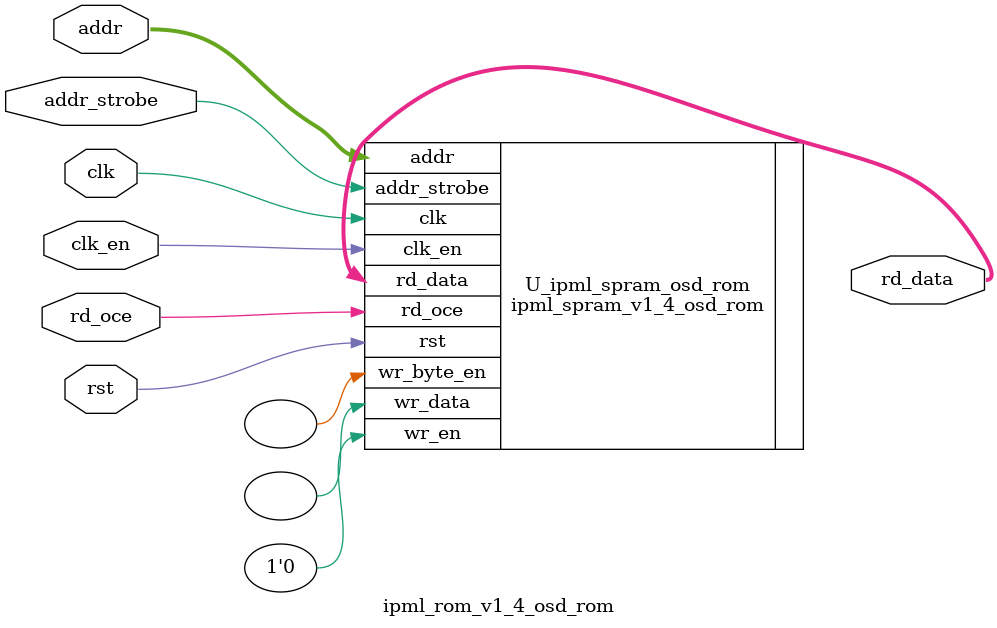
<source format=v>




module ipml_rom_v1_4_osd_rom
 #(
    parameter  c_SIM_DEVICE     = "LOGOS"      ,
    parameter  c_ADDR_WIDTH     = 10           ,           //write address width  legal value:1~20 
    parameter  c_DATA_WIDTH     = 32           ,           //write data width     legal value:8~1152
    parameter  c_OUTPUT_REG     = 0            ,           //output register      legal value:1~20
    parameter  c_RD_OCE_EN      = 0            ,
    parameter  c_CLK_EN         = 0            ,
    parameter  c_ADDR_STROBE_EN = 0            ,
    parameter  c_RESET_TYPE     = "ASYNC_RESET",           //ASYNC_RESET_SYNC_RELEASE SYNC_RESET legal valve "ASYNC_RESET_SYNC_RELEASE" "SYNC_RESET" "ASYNC_RESET"
    parameter  c_POWER_OPT      = 0            ,           //0 :normal mode  1:low power mode legal value:0 or 1
    parameter  c_CLK_OR_POL_INV = 0            ,           //clk polarity invert for output register   legal value 1 or 0           
    parameter  c_INIT_FILE      = "NONE"       ,           //legal value:"NONE" or "initial file name"
    parameter  c_INIT_FORMAT    = "BIN"                   //initial data format   legal valve: "bin" or "hex"
    
 )
  (
   
    input  wire [c_ADDR_WIDTH-1 : 0]  addr        ,
    output wire [c_DATA_WIDTH-1 : 0]  rd_data     ,
    input  wire                       clk         ,
    input  wire                       clk_en      ,
    input  wire                       addr_strobe ,
    input  wire                       rst         ,
    input  wire                       rd_oce       
  );

//**********************************************************************************************************************************************   
    
//main code
//*************************************************************************************************************************************
//inner variables

ipml_spram_v1_4_osd_rom
 #(
    .c_SIM_DEVICE     (c_SIM_DEVICE),
    .c_ADDR_WIDTH     (c_ADDR_WIDTH),           //write address width  legal value:1~20                              
    .c_DATA_WIDTH     (c_DATA_WIDTH),           //write data width     legal value:8~1152                            
    .c_OUTPUT_REG     (c_OUTPUT_REG),           //output register      legal value:1~20                              
    .c_RD_OCE_EN      (c_RD_OCE_EN),
    .c_ADDR_STROBE_EN (c_ADDR_STROBE_EN),
    .c_CLK_EN         (c_CLK_EN),
    .c_RESET_TYPE     (c_RESET_TYPE),           //legal valve "ASYNC_RESET_SYNC_RELEASE" "SYNC_RESET" "ASYNC_RESET"  
    .c_POWER_OPT      (c_POWER_OPT),            //0 :normal mode  1:low power mode legal value:0 or 1                 
    .c_CLK_OR_POL_INV (c_CLK_OR_POL_INV),       //clk polarity invert for output register legal value 1 or 0         
    .c_INIT_FILE      (c_INIT_FILE),            //legal value:"NONE" or "initial file name"                          
    .c_INIT_FORMAT    (c_INIT_FORMAT),          //initial data format   legal valve: "bin" or "hex"                  
    .c_WR_BYTE_EN     (0),                      //byte write enable    legal value: 0 or 1                            
    .c_BE_WIDTH       (8),                      //byte width legal value: 1~128
    .c_RAM_MODE       ("ROM"),
    .c_WRITE_MODE     ("NORMAL_WRITE")          //global reset enable  legal value 0 or 1                            
 )  U_ipml_spram_osd_rom                       //"NORMAL_WRITE"; // TRANSPARENT_WRITE READ_BEFORE_WRITE             
  (
   
    .addr        (addr),
    .wr_data     (),
    .rd_data     (rd_data),
    .wr_en       (1'b0),
    .clk         (clk),
    .clk_en      (clk_en),
    .addr_strobe (addr_strobe),
    .rst         (rst),
    .wr_byte_en  (),
    .rd_oce      (rd_oce) 
  );
 

endmodule


</source>
